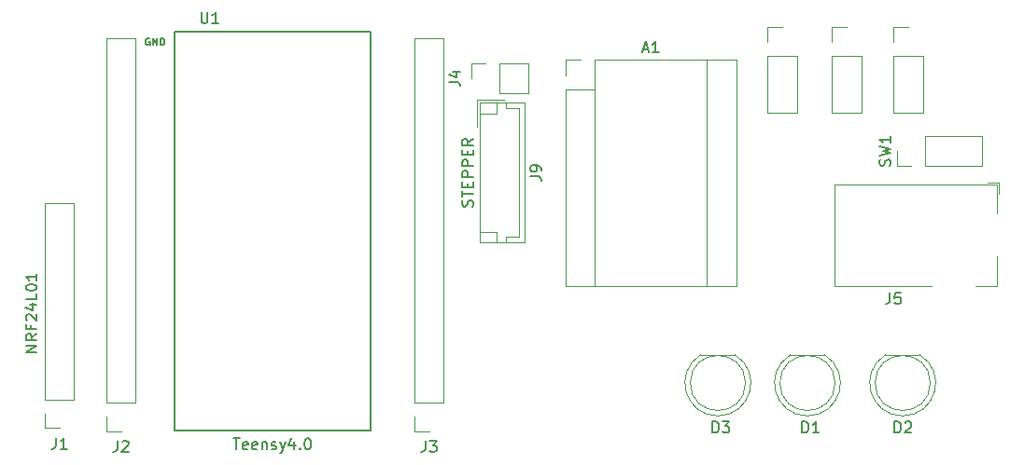
<source format=gbr>
%TF.GenerationSoftware,KiCad,Pcbnew,(6.0.2)*%
%TF.CreationDate,2023-06-01T18:25:34-05:00*%
%TF.ProjectId,MC_Circuit_v2,4d435f43-6972-4637-9569-745f76322e6b,rev?*%
%TF.SameCoordinates,Original*%
%TF.FileFunction,Legend,Top*%
%TF.FilePolarity,Positive*%
%FSLAX46Y46*%
G04 Gerber Fmt 4.6, Leading zero omitted, Abs format (unit mm)*
G04 Created by KiCad (PCBNEW (6.0.2)) date 2023-06-01 18:25:34*
%MOMM*%
%LPD*%
G01*
G04 APERTURE LIST*
%ADD10C,0.150000*%
%ADD11C,0.120000*%
%ADD12C,0.127000*%
G04 APERTURE END LIST*
D10*
%TO.C,*%
%TO.C,D2*%
X180617904Y-107894380D02*
X180617904Y-106894380D01*
X180856000Y-106894380D01*
X180998857Y-106942000D01*
X181094095Y-107037238D01*
X181141714Y-107132476D01*
X181189333Y-107322952D01*
X181189333Y-107465809D01*
X181141714Y-107656285D01*
X181094095Y-107751523D01*
X180998857Y-107846761D01*
X180856000Y-107894380D01*
X180617904Y-107894380D01*
X181570285Y-106989619D02*
X181617904Y-106942000D01*
X181713142Y-106894380D01*
X181951238Y-106894380D01*
X182046476Y-106942000D01*
X182094095Y-106989619D01*
X182141714Y-107084857D01*
X182141714Y-107180095D01*
X182094095Y-107322952D01*
X181522666Y-107894380D01*
X182141714Y-107894380D01*
%TO.C,J9*%
X147586380Y-84601333D02*
X148300666Y-84601333D01*
X148443523Y-84648952D01*
X148538761Y-84744190D01*
X148586380Y-84887047D01*
X148586380Y-84982285D01*
X148586380Y-84077523D02*
X148586380Y-83887047D01*
X148538761Y-83791809D01*
X148491142Y-83744190D01*
X148348285Y-83648952D01*
X148157809Y-83601333D01*
X147776857Y-83601333D01*
X147681619Y-83648952D01*
X147634000Y-83696571D01*
X147586380Y-83791809D01*
X147586380Y-83982285D01*
X147634000Y-84077523D01*
X147681619Y-84125142D01*
X147776857Y-84172761D01*
X148014952Y-84172761D01*
X148110190Y-84125142D01*
X148157809Y-84077523D01*
X148205428Y-83982285D01*
X148205428Y-83791809D01*
X148157809Y-83696571D01*
X148110190Y-83648952D01*
X148014952Y-83601333D01*
X142338761Y-87339428D02*
X142386380Y-87196571D01*
X142386380Y-86958476D01*
X142338761Y-86863238D01*
X142291142Y-86815619D01*
X142195904Y-86768000D01*
X142100666Y-86768000D01*
X142005428Y-86815619D01*
X141957809Y-86863238D01*
X141910190Y-86958476D01*
X141862571Y-87148952D01*
X141814952Y-87244190D01*
X141767333Y-87291809D01*
X141672095Y-87339428D01*
X141576857Y-87339428D01*
X141481619Y-87291809D01*
X141434000Y-87244190D01*
X141386380Y-87148952D01*
X141386380Y-86910857D01*
X141434000Y-86768000D01*
X141386380Y-86482285D02*
X141386380Y-85910857D01*
X142386380Y-86196571D02*
X141386380Y-86196571D01*
X141862571Y-85577523D02*
X141862571Y-85244190D01*
X142386380Y-85101333D02*
X142386380Y-85577523D01*
X141386380Y-85577523D01*
X141386380Y-85101333D01*
X142386380Y-84672761D02*
X141386380Y-84672761D01*
X141386380Y-84291809D01*
X141434000Y-84196571D01*
X141481619Y-84148952D01*
X141576857Y-84101333D01*
X141719714Y-84101333D01*
X141814952Y-84148952D01*
X141862571Y-84196571D01*
X141910190Y-84291809D01*
X141910190Y-84672761D01*
X142386380Y-83672761D02*
X141386380Y-83672761D01*
X141386380Y-83291809D01*
X141434000Y-83196571D01*
X141481619Y-83148952D01*
X141576857Y-83101333D01*
X141719714Y-83101333D01*
X141814952Y-83148952D01*
X141862571Y-83196571D01*
X141910190Y-83291809D01*
X141910190Y-83672761D01*
X141862571Y-82672761D02*
X141862571Y-82339428D01*
X142386380Y-82196571D02*
X142386380Y-82672761D01*
X141386380Y-82672761D01*
X141386380Y-82196571D01*
X142386380Y-81196571D02*
X141910190Y-81529904D01*
X142386380Y-81768000D02*
X141386380Y-81768000D01*
X141386380Y-81387047D01*
X141434000Y-81291809D01*
X141481619Y-81244190D01*
X141576857Y-81196571D01*
X141719714Y-81196571D01*
X141814952Y-81244190D01*
X141862571Y-81291809D01*
X141910190Y-81387047D01*
X141910190Y-81768000D01*
%TO.C,J5*%
X180192666Y-95176880D02*
X180192666Y-95891166D01*
X180145047Y-96034023D01*
X180049809Y-96129261D01*
X179906952Y-96176880D01*
X179811714Y-96176880D01*
X181145047Y-95176880D02*
X180668857Y-95176880D01*
X180621238Y-95653071D01*
X180668857Y-95605452D01*
X180764095Y-95557833D01*
X181002190Y-95557833D01*
X181097428Y-95605452D01*
X181145047Y-95653071D01*
X181192666Y-95748309D01*
X181192666Y-95986404D01*
X181145047Y-96081642D01*
X181097428Y-96129261D01*
X181002190Y-96176880D01*
X180764095Y-96176880D01*
X180668857Y-96129261D01*
X180621238Y-96081642D01*
%TO.C,U1*%
X117729095Y-69683380D02*
X117729095Y-70492904D01*
X117776714Y-70588142D01*
X117824333Y-70635761D01*
X117919571Y-70683380D01*
X118110047Y-70683380D01*
X118205285Y-70635761D01*
X118252904Y-70588142D01*
X118300523Y-70492904D01*
X118300523Y-69683380D01*
X119300523Y-70683380D02*
X118729095Y-70683380D01*
X119014809Y-70683380D02*
X119014809Y-69683380D01*
X118919571Y-69826238D01*
X118824333Y-69921476D01*
X118729095Y-69969095D01*
X120634571Y-108418380D02*
X121206000Y-108418380D01*
X120920285Y-109418380D02*
X120920285Y-108418380D01*
X121920285Y-109370761D02*
X121825047Y-109418380D01*
X121634571Y-109418380D01*
X121539333Y-109370761D01*
X121491714Y-109275523D01*
X121491714Y-108894571D01*
X121539333Y-108799333D01*
X121634571Y-108751714D01*
X121825047Y-108751714D01*
X121920285Y-108799333D01*
X121967904Y-108894571D01*
X121967904Y-108989809D01*
X121491714Y-109085047D01*
X122777428Y-109370761D02*
X122682190Y-109418380D01*
X122491714Y-109418380D01*
X122396476Y-109370761D01*
X122348857Y-109275523D01*
X122348857Y-108894571D01*
X122396476Y-108799333D01*
X122491714Y-108751714D01*
X122682190Y-108751714D01*
X122777428Y-108799333D01*
X122825047Y-108894571D01*
X122825047Y-108989809D01*
X122348857Y-109085047D01*
X123253619Y-108751714D02*
X123253619Y-109418380D01*
X123253619Y-108846952D02*
X123301238Y-108799333D01*
X123396476Y-108751714D01*
X123539333Y-108751714D01*
X123634571Y-108799333D01*
X123682190Y-108894571D01*
X123682190Y-109418380D01*
X124110761Y-109370761D02*
X124206000Y-109418380D01*
X124396476Y-109418380D01*
X124491714Y-109370761D01*
X124539333Y-109275523D01*
X124539333Y-109227904D01*
X124491714Y-109132666D01*
X124396476Y-109085047D01*
X124253619Y-109085047D01*
X124158380Y-109037428D01*
X124110761Y-108942190D01*
X124110761Y-108894571D01*
X124158380Y-108799333D01*
X124253619Y-108751714D01*
X124396476Y-108751714D01*
X124491714Y-108799333D01*
X124872666Y-108751714D02*
X125110761Y-109418380D01*
X125348857Y-108751714D02*
X125110761Y-109418380D01*
X125015523Y-109656476D01*
X124967904Y-109704095D01*
X124872666Y-109751714D01*
X126158380Y-108751714D02*
X126158380Y-109418380D01*
X125920285Y-108370761D02*
X125682190Y-109085047D01*
X126301238Y-109085047D01*
X126682190Y-109323142D02*
X126729809Y-109370761D01*
X126682190Y-109418380D01*
X126634571Y-109370761D01*
X126682190Y-109323142D01*
X126682190Y-109418380D01*
X127348857Y-108418380D02*
X127444095Y-108418380D01*
X127539333Y-108466000D01*
X127586952Y-108513619D01*
X127634571Y-108608857D01*
X127682190Y-108799333D01*
X127682190Y-109037428D01*
X127634571Y-109227904D01*
X127586952Y-109323142D01*
X127539333Y-109370761D01*
X127444095Y-109418380D01*
X127348857Y-109418380D01*
X127253619Y-109370761D01*
X127206000Y-109323142D01*
X127158380Y-109227904D01*
X127110761Y-109037428D01*
X127110761Y-108799333D01*
X127158380Y-108608857D01*
X127206000Y-108513619D01*
X127253619Y-108466000D01*
X127348857Y-108418380D01*
X113050380Y-72070000D02*
X112989428Y-72039523D01*
X112898000Y-72039523D01*
X112806571Y-72070000D01*
X112745619Y-72130952D01*
X112715142Y-72191904D01*
X112684666Y-72313809D01*
X112684666Y-72405238D01*
X112715142Y-72527142D01*
X112745619Y-72588095D01*
X112806571Y-72649047D01*
X112898000Y-72679523D01*
X112958952Y-72679523D01*
X113050380Y-72649047D01*
X113080857Y-72618571D01*
X113080857Y-72405238D01*
X112958952Y-72405238D01*
X113355142Y-72679523D02*
X113355142Y-72039523D01*
X113720857Y-72679523D01*
X113720857Y-72039523D01*
X114025619Y-72679523D02*
X114025619Y-72039523D01*
X114178000Y-72039523D01*
X114269428Y-72070000D01*
X114330380Y-72130952D01*
X114360857Y-72191904D01*
X114391333Y-72313809D01*
X114391333Y-72405238D01*
X114360857Y-72527142D01*
X114330380Y-72588095D01*
X114269428Y-72649047D01*
X114178000Y-72679523D01*
X114025619Y-72679523D01*
%TO.C,J3*%
X138071666Y-108638380D02*
X138071666Y-109352666D01*
X138024047Y-109495523D01*
X137928809Y-109590761D01*
X137785952Y-109638380D01*
X137690714Y-109638380D01*
X138452619Y-108638380D02*
X139071666Y-108638380D01*
X138738333Y-109019333D01*
X138881190Y-109019333D01*
X138976428Y-109066952D01*
X139024047Y-109114571D01*
X139071666Y-109209809D01*
X139071666Y-109447904D01*
X139024047Y-109543142D01*
X138976428Y-109590761D01*
X138881190Y-109638380D01*
X138595476Y-109638380D01*
X138500238Y-109590761D01*
X138452619Y-109543142D01*
%TO.C,J2*%
X110131666Y-108638380D02*
X110131666Y-109352666D01*
X110084047Y-109495523D01*
X109988809Y-109590761D01*
X109845952Y-109638380D01*
X109750714Y-109638380D01*
X110560238Y-108733619D02*
X110607857Y-108686000D01*
X110703095Y-108638380D01*
X110941190Y-108638380D01*
X111036428Y-108686000D01*
X111084047Y-108733619D01*
X111131666Y-108828857D01*
X111131666Y-108924095D01*
X111084047Y-109066952D01*
X110512619Y-109638380D01*
X111131666Y-109638380D01*
%TO.C,J4*%
X140212380Y-76025333D02*
X140926666Y-76025333D01*
X141069523Y-76072952D01*
X141164761Y-76168190D01*
X141212380Y-76311047D01*
X141212380Y-76406285D01*
X140545714Y-75120571D02*
X141212380Y-75120571D01*
X140164761Y-75358666D02*
X140879047Y-75596761D01*
X140879047Y-74977714D01*
%TO.C,*%
%TO.C,A1*%
X157791714Y-73064666D02*
X158267904Y-73064666D01*
X157696476Y-73350380D02*
X158029809Y-72350380D01*
X158363142Y-73350380D01*
X159220285Y-73350380D02*
X158648857Y-73350380D01*
X158934571Y-73350380D02*
X158934571Y-72350380D01*
X158839333Y-72493238D01*
X158744095Y-72588476D01*
X158648857Y-72636095D01*
%TO.C,SW1*%
X180207761Y-83629333D02*
X180255380Y-83486476D01*
X180255380Y-83248380D01*
X180207761Y-83153142D01*
X180160142Y-83105523D01*
X180064904Y-83057904D01*
X179969666Y-83057904D01*
X179874428Y-83105523D01*
X179826809Y-83153142D01*
X179779190Y-83248380D01*
X179731571Y-83438857D01*
X179683952Y-83534095D01*
X179636333Y-83581714D01*
X179541095Y-83629333D01*
X179445857Y-83629333D01*
X179350619Y-83581714D01*
X179303000Y-83534095D01*
X179255380Y-83438857D01*
X179255380Y-83200761D01*
X179303000Y-83057904D01*
X179255380Y-82724571D02*
X180255380Y-82486476D01*
X179541095Y-82296000D01*
X180255380Y-82105523D01*
X179255380Y-81867428D01*
X180255380Y-80962666D02*
X180255380Y-81534095D01*
X180255380Y-81248380D02*
X179255380Y-81248380D01*
X179398238Y-81343619D01*
X179493476Y-81438857D01*
X179541095Y-81534095D01*
%TO.C,*%
%TO.C,D3*%
X164107904Y-107894380D02*
X164107904Y-106894380D01*
X164346000Y-106894380D01*
X164488857Y-106942000D01*
X164584095Y-107037238D01*
X164631714Y-107132476D01*
X164679333Y-107322952D01*
X164679333Y-107465809D01*
X164631714Y-107656285D01*
X164584095Y-107751523D01*
X164488857Y-107846761D01*
X164346000Y-107894380D01*
X164107904Y-107894380D01*
X165012666Y-106894380D02*
X165631714Y-106894380D01*
X165298380Y-107275333D01*
X165441238Y-107275333D01*
X165536476Y-107322952D01*
X165584095Y-107370571D01*
X165631714Y-107465809D01*
X165631714Y-107703904D01*
X165584095Y-107799142D01*
X165536476Y-107846761D01*
X165441238Y-107894380D01*
X165155523Y-107894380D01*
X165060285Y-107846761D01*
X165012666Y-107799142D01*
%TO.C,D1*%
X172235904Y-107894380D02*
X172235904Y-106894380D01*
X172474000Y-106894380D01*
X172616857Y-106942000D01*
X172712095Y-107037238D01*
X172759714Y-107132476D01*
X172807333Y-107322952D01*
X172807333Y-107465809D01*
X172759714Y-107656285D01*
X172712095Y-107751523D01*
X172616857Y-107846761D01*
X172474000Y-107894380D01*
X172235904Y-107894380D01*
X173759714Y-107894380D02*
X173188285Y-107894380D01*
X173474000Y-107894380D02*
X173474000Y-106894380D01*
X173378761Y-107037238D01*
X173283523Y-107132476D01*
X173188285Y-107180095D01*
%TO.C,J1*%
X104543666Y-108379380D02*
X104543666Y-109093666D01*
X104496047Y-109236523D01*
X104400809Y-109331761D01*
X104257952Y-109379380D01*
X104162714Y-109379380D01*
X105543666Y-109379380D02*
X104972238Y-109379380D01*
X105257952Y-109379380D02*
X105257952Y-108379380D01*
X105162714Y-108522238D01*
X105067476Y-108617476D01*
X104972238Y-108665095D01*
X102814380Y-100551809D02*
X101814380Y-100551809D01*
X102814380Y-99980380D01*
X101814380Y-99980380D01*
X102814380Y-98932761D02*
X102338190Y-99266095D01*
X102814380Y-99504190D02*
X101814380Y-99504190D01*
X101814380Y-99123238D01*
X101862000Y-99028000D01*
X101909619Y-98980380D01*
X102004857Y-98932761D01*
X102147714Y-98932761D01*
X102242952Y-98980380D01*
X102290571Y-99028000D01*
X102338190Y-99123238D01*
X102338190Y-99504190D01*
X102290571Y-98170857D02*
X102290571Y-98504190D01*
X102814380Y-98504190D02*
X101814380Y-98504190D01*
X101814380Y-98028000D01*
X101909619Y-97694666D02*
X101862000Y-97647047D01*
X101814380Y-97551809D01*
X101814380Y-97313714D01*
X101862000Y-97218476D01*
X101909619Y-97170857D01*
X102004857Y-97123238D01*
X102100095Y-97123238D01*
X102242952Y-97170857D01*
X102814380Y-97742285D01*
X102814380Y-97123238D01*
X102147714Y-96266095D02*
X102814380Y-96266095D01*
X101766761Y-96504190D02*
X102481047Y-96742285D01*
X102481047Y-96123238D01*
X102814380Y-95266095D02*
X102814380Y-95742285D01*
X101814380Y-95742285D01*
X101814380Y-94742285D02*
X101814380Y-94647047D01*
X101862000Y-94551809D01*
X101909619Y-94504190D01*
X102004857Y-94456571D01*
X102195333Y-94408952D01*
X102433428Y-94408952D01*
X102623904Y-94456571D01*
X102719142Y-94504190D01*
X102766761Y-94551809D01*
X102814380Y-94647047D01*
X102814380Y-94742285D01*
X102766761Y-94837523D01*
X102719142Y-94885142D01*
X102623904Y-94932761D01*
X102433428Y-94980380D01*
X102195333Y-94980380D01*
X102004857Y-94932761D01*
X101909619Y-94885142D01*
X101862000Y-94837523D01*
X101814380Y-94742285D01*
X102814380Y-93456571D02*
X102814380Y-94028000D01*
X102814380Y-93742285D02*
X101814380Y-93742285D01*
X101957238Y-93837523D01*
X102052476Y-93932761D01*
X102100095Y-94028000D01*
D11*
%TO.C,D2*%
X182901000Y-100818000D02*
X179811000Y-100818000D01*
X179811170Y-100818000D02*
G75*
G03*
X181356462Y-106368000I1544830J-2560000D01*
G01*
X181355538Y-106368000D02*
G75*
G03*
X182900830Y-100818000I462J2990000D01*
G01*
X183856000Y-103378000D02*
G75*
G03*
X183856000Y-103378000I-2500000J0D01*
G01*
%TO.C,J9*%
X147044000Y-90628000D02*
X147044000Y-77908000D01*
X145334000Y-90128000D02*
X145334000Y-90628000D01*
X146544000Y-90128000D02*
X145334000Y-90128000D01*
X145334000Y-77908000D02*
X145334000Y-78408000D01*
X146544000Y-78408000D02*
X146544000Y-90128000D01*
X143024000Y-77908000D02*
X143024000Y-90628000D01*
X142724000Y-77608000D02*
X142724000Y-80108000D01*
X144524000Y-90628000D02*
X144524000Y-89628000D01*
X143024000Y-90628000D02*
X147044000Y-90628000D01*
X144524000Y-77908000D02*
X144524000Y-78908000D01*
X145224000Y-77608000D02*
X142724000Y-77608000D01*
X147044000Y-77908000D02*
X143024000Y-77908000D01*
X144524000Y-89628000D02*
X143024000Y-89628000D01*
X144524000Y-78908000D02*
X143024000Y-78908000D01*
X145334000Y-78408000D02*
X146544000Y-78408000D01*
%TO.C,J5*%
X175176000Y-94574500D02*
X175176000Y-85374500D01*
X189876000Y-94574500D02*
X187976000Y-94574500D01*
X183976000Y-94574500D02*
X175176000Y-94574500D01*
X190076000Y-86224500D02*
X190076000Y-85174500D01*
X175176000Y-85374500D02*
X189876000Y-85374500D01*
X189026000Y-85174500D02*
X190076000Y-85174500D01*
X189876000Y-85374500D02*
X189876000Y-87974500D01*
X189876000Y-91874500D02*
X189876000Y-94574500D01*
%TO.C,J6*%
X180534000Y-72405000D02*
X180534000Y-71075000D01*
X180534000Y-73675000D02*
X180534000Y-78815000D01*
X183194000Y-73675000D02*
X183194000Y-78815000D01*
X180534000Y-73675000D02*
X183194000Y-73675000D01*
X180534000Y-78815000D02*
X183194000Y-78815000D01*
X180534000Y-71075000D02*
X181864000Y-71075000D01*
D12*
%TO.C,U1*%
X133096000Y-71436000D02*
X133096000Y-107696000D01*
X133096000Y-107696000D02*
X115316000Y-107696000D01*
X115316000Y-71436000D02*
X133096000Y-71436000D01*
X115316000Y-107696000D02*
X115316000Y-71436000D01*
D11*
%TO.C,J3*%
X138405000Y-107746000D02*
X137075000Y-107746000D01*
X139735000Y-72066000D02*
X137075000Y-72066000D01*
X139735000Y-105146000D02*
X137075000Y-105146000D01*
X137075000Y-105146000D02*
X137075000Y-72066000D01*
X137075000Y-107746000D02*
X137075000Y-106416000D01*
X139735000Y-105146000D02*
X139735000Y-72066000D01*
%TO.C,J2*%
X111795000Y-72066000D02*
X109135000Y-72066000D01*
X109135000Y-107746000D02*
X109135000Y-106416000D01*
X111795000Y-105146000D02*
X109135000Y-105146000D01*
X111795000Y-105146000D02*
X111795000Y-72066000D01*
X110465000Y-107746000D02*
X109135000Y-107746000D01*
X109135000Y-105146000D02*
X109135000Y-72066000D01*
%TO.C,J4*%
X147400000Y-77022000D02*
X147400000Y-74362000D01*
X144800000Y-77022000D02*
X144800000Y-74362000D01*
X144800000Y-74362000D02*
X147400000Y-74362000D01*
X142200000Y-74362000D02*
X143530000Y-74362000D01*
X142200000Y-75692000D02*
X142200000Y-74362000D01*
X144800000Y-77022000D02*
X147400000Y-77022000D01*
%TO.C,J7*%
X174946000Y-71060000D02*
X176276000Y-71060000D01*
X174946000Y-73660000D02*
X177606000Y-73660000D01*
X174946000Y-73660000D02*
X174946000Y-78800000D01*
X174946000Y-78800000D02*
X177606000Y-78800000D01*
X177606000Y-73660000D02*
X177606000Y-78800000D01*
X174946000Y-72390000D02*
X174946000Y-71060000D01*
%TO.C,A1*%
X153426000Y-76708000D02*
X153426000Y-94618000D01*
X166256000Y-74038000D02*
X153426000Y-74038000D01*
X150756000Y-94618000D02*
X166256000Y-94618000D01*
X150756000Y-74038000D02*
X150756000Y-75438000D01*
X153426000Y-76708000D02*
X150756000Y-76708000D01*
X166256000Y-94618000D02*
X166256000Y-74038000D01*
X153426000Y-74038000D02*
X153426000Y-76708000D01*
X150756000Y-76708000D02*
X150756000Y-94618000D01*
X163586000Y-74038000D02*
X163586000Y-94618000D01*
X152156000Y-74038000D02*
X150756000Y-74038000D01*
%TO.C,SW1*%
X183403000Y-83626000D02*
X183403000Y-80966000D01*
X183403000Y-83626000D02*
X188543000Y-83626000D01*
X188543000Y-83626000D02*
X188543000Y-80966000D01*
X183403000Y-80966000D02*
X188543000Y-80966000D01*
X180803000Y-83626000D02*
X180803000Y-82296000D01*
X182133000Y-83626000D02*
X180803000Y-83626000D01*
%TO.C,J8*%
X169104000Y-78815000D02*
X171764000Y-78815000D01*
X169104000Y-73675000D02*
X169104000Y-78815000D01*
X171764000Y-73675000D02*
X171764000Y-78815000D01*
X169104000Y-71075000D02*
X170434000Y-71075000D01*
X169104000Y-73675000D02*
X171764000Y-73675000D01*
X169104000Y-72405000D02*
X169104000Y-71075000D01*
%TO.C,D3*%
X166137000Y-100818000D02*
X163047000Y-100818000D01*
X164591538Y-106368000D02*
G75*
G03*
X166136830Y-100818000I462J2990000D01*
G01*
X163047170Y-100818000D02*
G75*
G03*
X164592462Y-106368000I1544830J-2560000D01*
G01*
X167092000Y-103378000D02*
G75*
G03*
X167092000Y-103378000I-2500000J0D01*
G01*
%TO.C,D1*%
X174265000Y-100823000D02*
X171175000Y-100823000D01*
X171175170Y-100823000D02*
G75*
G03*
X172720462Y-106373000I1544830J-2560000D01*
G01*
X172719538Y-106373000D02*
G75*
G03*
X174264830Y-100823000I462J2990000D01*
G01*
X175220000Y-103383000D02*
G75*
G03*
X175220000Y-103383000I-2500000J0D01*
G01*
%TO.C,J1*%
X103547000Y-104887000D02*
X103547000Y-87047000D01*
X106207000Y-104887000D02*
X106207000Y-87047000D01*
X106207000Y-87047000D02*
X103547000Y-87047000D01*
X104877000Y-107487000D02*
X103547000Y-107487000D01*
X103547000Y-107487000D02*
X103547000Y-106157000D01*
X106207000Y-104887000D02*
X103547000Y-104887000D01*
%TD*%
M02*

</source>
